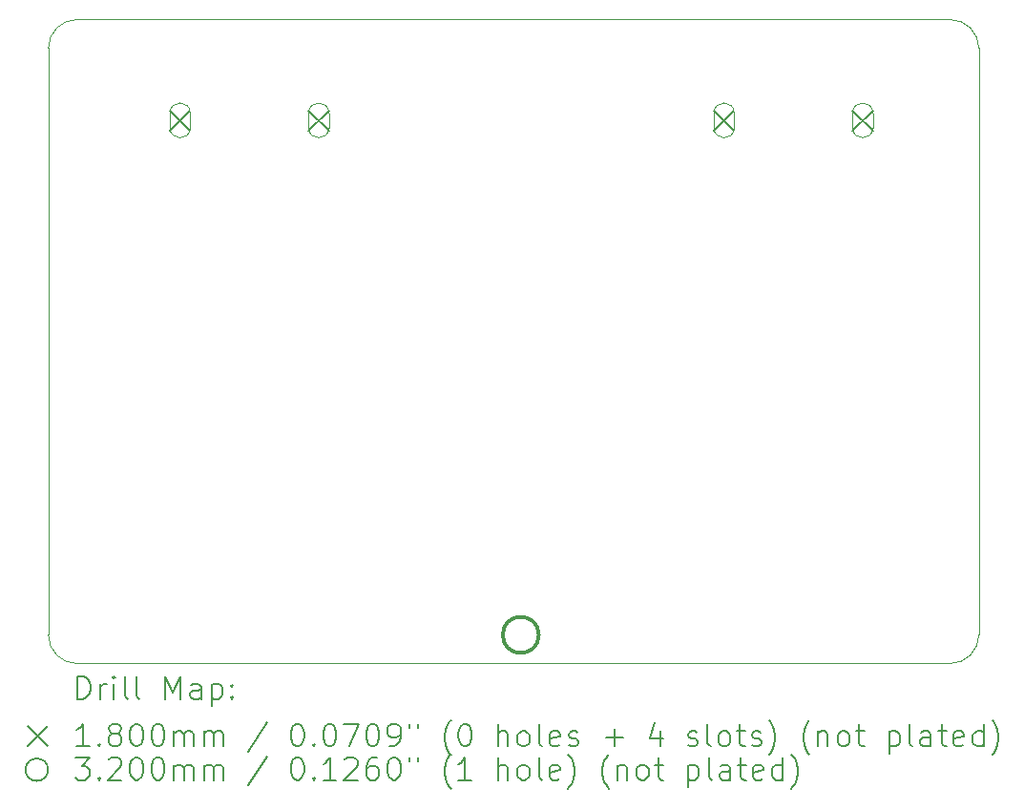
<source format=gbr>
%TF.GenerationSoftware,KiCad,Pcbnew,8.0.9*%
%TF.CreationDate,2025-03-02T14:13:00+01:00*%
%TF.ProjectId,cjss102,636a7373-3130-4322-9e6b-696361645f70,rev?*%
%TF.SameCoordinates,Original*%
%TF.FileFunction,Drillmap*%
%TF.FilePolarity,Positive*%
%FSLAX45Y45*%
G04 Gerber Fmt 4.5, Leading zero omitted, Abs format (unit mm)*
G04 Created by KiCad (PCBNEW 8.0.9) date 2025-03-02 14:13:00*
%MOMM*%
%LPD*%
G01*
G04 APERTURE LIST*
%ADD10C,0.050000*%
%ADD11C,0.200000*%
%ADD12C,0.180000*%
%ADD13C,0.100000*%
%ADD14C,0.320000*%
G04 APERTURE END LIST*
D10*
X19050000Y-9017000D02*
X19050000Y-3810000D01*
X11049000Y-9271000D02*
X18796000Y-9271000D01*
X10795000Y-3810000D02*
X10795000Y-9017000D01*
X10795000Y-3810000D02*
G75*
G02*
X11049000Y-3556000I254000J0D01*
G01*
X19050000Y-9017000D02*
G75*
G02*
X18796000Y-9271000I-254000J0D01*
G01*
X18796000Y-3556000D02*
G75*
G02*
X19050000Y-3810000I0J-254000D01*
G01*
X11049000Y-9271000D02*
G75*
G02*
X10795000Y-9017000I0J254000D01*
G01*
X11049000Y-3556000D02*
X18796000Y-3556000D01*
D11*
D12*
X11874000Y-4361000D02*
X12054000Y-4541000D01*
X12054000Y-4361000D02*
X11874000Y-4541000D01*
D13*
X12054000Y-4516000D02*
X12054000Y-4386000D01*
X11874000Y-4386000D02*
G75*
G02*
X12054000Y-4386000I90000J0D01*
G01*
X11874000Y-4386000D02*
X11874000Y-4516000D01*
X11874000Y-4516000D02*
G75*
G03*
X12054000Y-4516000I90000J0D01*
G01*
D12*
X13104000Y-4361000D02*
X13284000Y-4541000D01*
X13284000Y-4361000D02*
X13104000Y-4541000D01*
D13*
X13284000Y-4516000D02*
X13284000Y-4386000D01*
X13104000Y-4386000D02*
G75*
G02*
X13284000Y-4386000I90000J0D01*
G01*
X13104000Y-4386000D02*
X13104000Y-4516000D01*
X13104000Y-4516000D02*
G75*
G03*
X13284000Y-4516000I90000J0D01*
G01*
D12*
X16700000Y-4361000D02*
X16880000Y-4541000D01*
X16880000Y-4361000D02*
X16700000Y-4541000D01*
D13*
X16880000Y-4516000D02*
X16880000Y-4386000D01*
X16700000Y-4386000D02*
G75*
G02*
X16880000Y-4386000I90000J0D01*
G01*
X16700000Y-4386000D02*
X16700000Y-4516000D01*
X16700000Y-4516000D02*
G75*
G03*
X16880000Y-4516000I90000J0D01*
G01*
D12*
X17930000Y-4361000D02*
X18110000Y-4541000D01*
X18110000Y-4361000D02*
X17930000Y-4541000D01*
D13*
X18110000Y-4516000D02*
X18110000Y-4386000D01*
X17930000Y-4386000D02*
G75*
G02*
X18110000Y-4386000I90000J0D01*
G01*
X17930000Y-4386000D02*
X17930000Y-4516000D01*
X17930000Y-4516000D02*
G75*
G03*
X18110000Y-4516000I90000J0D01*
G01*
D14*
X15146000Y-9017000D02*
G75*
G02*
X14826000Y-9017000I-160000J0D01*
G01*
X14826000Y-9017000D02*
G75*
G02*
X15146000Y-9017000I160000J0D01*
G01*
D11*
X11053277Y-9584984D02*
X11053277Y-9384984D01*
X11053277Y-9384984D02*
X11100896Y-9384984D01*
X11100896Y-9384984D02*
X11129467Y-9394508D01*
X11129467Y-9394508D02*
X11148515Y-9413555D01*
X11148515Y-9413555D02*
X11158039Y-9432603D01*
X11158039Y-9432603D02*
X11167563Y-9470698D01*
X11167563Y-9470698D02*
X11167563Y-9499270D01*
X11167563Y-9499270D02*
X11158039Y-9537365D01*
X11158039Y-9537365D02*
X11148515Y-9556412D01*
X11148515Y-9556412D02*
X11129467Y-9575460D01*
X11129467Y-9575460D02*
X11100896Y-9584984D01*
X11100896Y-9584984D02*
X11053277Y-9584984D01*
X11253277Y-9584984D02*
X11253277Y-9451650D01*
X11253277Y-9489746D02*
X11262801Y-9470698D01*
X11262801Y-9470698D02*
X11272324Y-9461174D01*
X11272324Y-9461174D02*
X11291372Y-9451650D01*
X11291372Y-9451650D02*
X11310420Y-9451650D01*
X11377086Y-9584984D02*
X11377086Y-9451650D01*
X11377086Y-9384984D02*
X11367562Y-9394508D01*
X11367562Y-9394508D02*
X11377086Y-9404031D01*
X11377086Y-9404031D02*
X11386610Y-9394508D01*
X11386610Y-9394508D02*
X11377086Y-9384984D01*
X11377086Y-9384984D02*
X11377086Y-9404031D01*
X11500896Y-9584984D02*
X11481848Y-9575460D01*
X11481848Y-9575460D02*
X11472324Y-9556412D01*
X11472324Y-9556412D02*
X11472324Y-9384984D01*
X11605658Y-9584984D02*
X11586610Y-9575460D01*
X11586610Y-9575460D02*
X11577086Y-9556412D01*
X11577086Y-9556412D02*
X11577086Y-9384984D01*
X11834229Y-9584984D02*
X11834229Y-9384984D01*
X11834229Y-9384984D02*
X11900896Y-9527841D01*
X11900896Y-9527841D02*
X11967562Y-9384984D01*
X11967562Y-9384984D02*
X11967562Y-9584984D01*
X12148515Y-9584984D02*
X12148515Y-9480222D01*
X12148515Y-9480222D02*
X12138991Y-9461174D01*
X12138991Y-9461174D02*
X12119943Y-9451650D01*
X12119943Y-9451650D02*
X12081848Y-9451650D01*
X12081848Y-9451650D02*
X12062801Y-9461174D01*
X12148515Y-9575460D02*
X12129467Y-9584984D01*
X12129467Y-9584984D02*
X12081848Y-9584984D01*
X12081848Y-9584984D02*
X12062801Y-9575460D01*
X12062801Y-9575460D02*
X12053277Y-9556412D01*
X12053277Y-9556412D02*
X12053277Y-9537365D01*
X12053277Y-9537365D02*
X12062801Y-9518317D01*
X12062801Y-9518317D02*
X12081848Y-9508793D01*
X12081848Y-9508793D02*
X12129467Y-9508793D01*
X12129467Y-9508793D02*
X12148515Y-9499270D01*
X12243753Y-9451650D02*
X12243753Y-9651650D01*
X12243753Y-9461174D02*
X12262801Y-9451650D01*
X12262801Y-9451650D02*
X12300896Y-9451650D01*
X12300896Y-9451650D02*
X12319943Y-9461174D01*
X12319943Y-9461174D02*
X12329467Y-9470698D01*
X12329467Y-9470698D02*
X12338991Y-9489746D01*
X12338991Y-9489746D02*
X12338991Y-9546889D01*
X12338991Y-9546889D02*
X12329467Y-9565936D01*
X12329467Y-9565936D02*
X12319943Y-9575460D01*
X12319943Y-9575460D02*
X12300896Y-9584984D01*
X12300896Y-9584984D02*
X12262801Y-9584984D01*
X12262801Y-9584984D02*
X12243753Y-9575460D01*
X12424705Y-9565936D02*
X12434229Y-9575460D01*
X12434229Y-9575460D02*
X12424705Y-9584984D01*
X12424705Y-9584984D02*
X12415182Y-9575460D01*
X12415182Y-9575460D02*
X12424705Y-9565936D01*
X12424705Y-9565936D02*
X12424705Y-9584984D01*
X12424705Y-9461174D02*
X12434229Y-9470698D01*
X12434229Y-9470698D02*
X12424705Y-9480222D01*
X12424705Y-9480222D02*
X12415182Y-9470698D01*
X12415182Y-9470698D02*
X12424705Y-9461174D01*
X12424705Y-9461174D02*
X12424705Y-9480222D01*
D12*
X10612500Y-9823500D02*
X10792500Y-10003500D01*
X10792500Y-9823500D02*
X10612500Y-10003500D01*
D11*
X11158039Y-10004984D02*
X11043753Y-10004984D01*
X11100896Y-10004984D02*
X11100896Y-9804984D01*
X11100896Y-9804984D02*
X11081848Y-9833555D01*
X11081848Y-9833555D02*
X11062801Y-9852603D01*
X11062801Y-9852603D02*
X11043753Y-9862127D01*
X11243753Y-9985936D02*
X11253277Y-9995460D01*
X11253277Y-9995460D02*
X11243753Y-10004984D01*
X11243753Y-10004984D02*
X11234229Y-9995460D01*
X11234229Y-9995460D02*
X11243753Y-9985936D01*
X11243753Y-9985936D02*
X11243753Y-10004984D01*
X11367562Y-9890698D02*
X11348515Y-9881174D01*
X11348515Y-9881174D02*
X11338991Y-9871650D01*
X11338991Y-9871650D02*
X11329467Y-9852603D01*
X11329467Y-9852603D02*
X11329467Y-9843079D01*
X11329467Y-9843079D02*
X11338991Y-9824031D01*
X11338991Y-9824031D02*
X11348515Y-9814508D01*
X11348515Y-9814508D02*
X11367562Y-9804984D01*
X11367562Y-9804984D02*
X11405658Y-9804984D01*
X11405658Y-9804984D02*
X11424705Y-9814508D01*
X11424705Y-9814508D02*
X11434229Y-9824031D01*
X11434229Y-9824031D02*
X11443753Y-9843079D01*
X11443753Y-9843079D02*
X11443753Y-9852603D01*
X11443753Y-9852603D02*
X11434229Y-9871650D01*
X11434229Y-9871650D02*
X11424705Y-9881174D01*
X11424705Y-9881174D02*
X11405658Y-9890698D01*
X11405658Y-9890698D02*
X11367562Y-9890698D01*
X11367562Y-9890698D02*
X11348515Y-9900222D01*
X11348515Y-9900222D02*
X11338991Y-9909746D01*
X11338991Y-9909746D02*
X11329467Y-9928793D01*
X11329467Y-9928793D02*
X11329467Y-9966889D01*
X11329467Y-9966889D02*
X11338991Y-9985936D01*
X11338991Y-9985936D02*
X11348515Y-9995460D01*
X11348515Y-9995460D02*
X11367562Y-10004984D01*
X11367562Y-10004984D02*
X11405658Y-10004984D01*
X11405658Y-10004984D02*
X11424705Y-9995460D01*
X11424705Y-9995460D02*
X11434229Y-9985936D01*
X11434229Y-9985936D02*
X11443753Y-9966889D01*
X11443753Y-9966889D02*
X11443753Y-9928793D01*
X11443753Y-9928793D02*
X11434229Y-9909746D01*
X11434229Y-9909746D02*
X11424705Y-9900222D01*
X11424705Y-9900222D02*
X11405658Y-9890698D01*
X11567562Y-9804984D02*
X11586610Y-9804984D01*
X11586610Y-9804984D02*
X11605658Y-9814508D01*
X11605658Y-9814508D02*
X11615182Y-9824031D01*
X11615182Y-9824031D02*
X11624705Y-9843079D01*
X11624705Y-9843079D02*
X11634229Y-9881174D01*
X11634229Y-9881174D02*
X11634229Y-9928793D01*
X11634229Y-9928793D02*
X11624705Y-9966889D01*
X11624705Y-9966889D02*
X11615182Y-9985936D01*
X11615182Y-9985936D02*
X11605658Y-9995460D01*
X11605658Y-9995460D02*
X11586610Y-10004984D01*
X11586610Y-10004984D02*
X11567562Y-10004984D01*
X11567562Y-10004984D02*
X11548515Y-9995460D01*
X11548515Y-9995460D02*
X11538991Y-9985936D01*
X11538991Y-9985936D02*
X11529467Y-9966889D01*
X11529467Y-9966889D02*
X11519943Y-9928793D01*
X11519943Y-9928793D02*
X11519943Y-9881174D01*
X11519943Y-9881174D02*
X11529467Y-9843079D01*
X11529467Y-9843079D02*
X11538991Y-9824031D01*
X11538991Y-9824031D02*
X11548515Y-9814508D01*
X11548515Y-9814508D02*
X11567562Y-9804984D01*
X11758039Y-9804984D02*
X11777086Y-9804984D01*
X11777086Y-9804984D02*
X11796134Y-9814508D01*
X11796134Y-9814508D02*
X11805658Y-9824031D01*
X11805658Y-9824031D02*
X11815182Y-9843079D01*
X11815182Y-9843079D02*
X11824705Y-9881174D01*
X11824705Y-9881174D02*
X11824705Y-9928793D01*
X11824705Y-9928793D02*
X11815182Y-9966889D01*
X11815182Y-9966889D02*
X11805658Y-9985936D01*
X11805658Y-9985936D02*
X11796134Y-9995460D01*
X11796134Y-9995460D02*
X11777086Y-10004984D01*
X11777086Y-10004984D02*
X11758039Y-10004984D01*
X11758039Y-10004984D02*
X11738991Y-9995460D01*
X11738991Y-9995460D02*
X11729467Y-9985936D01*
X11729467Y-9985936D02*
X11719943Y-9966889D01*
X11719943Y-9966889D02*
X11710420Y-9928793D01*
X11710420Y-9928793D02*
X11710420Y-9881174D01*
X11710420Y-9881174D02*
X11719943Y-9843079D01*
X11719943Y-9843079D02*
X11729467Y-9824031D01*
X11729467Y-9824031D02*
X11738991Y-9814508D01*
X11738991Y-9814508D02*
X11758039Y-9804984D01*
X11910420Y-10004984D02*
X11910420Y-9871650D01*
X11910420Y-9890698D02*
X11919943Y-9881174D01*
X11919943Y-9881174D02*
X11938991Y-9871650D01*
X11938991Y-9871650D02*
X11967563Y-9871650D01*
X11967563Y-9871650D02*
X11986610Y-9881174D01*
X11986610Y-9881174D02*
X11996134Y-9900222D01*
X11996134Y-9900222D02*
X11996134Y-10004984D01*
X11996134Y-9900222D02*
X12005658Y-9881174D01*
X12005658Y-9881174D02*
X12024705Y-9871650D01*
X12024705Y-9871650D02*
X12053277Y-9871650D01*
X12053277Y-9871650D02*
X12072324Y-9881174D01*
X12072324Y-9881174D02*
X12081848Y-9900222D01*
X12081848Y-9900222D02*
X12081848Y-10004984D01*
X12177086Y-10004984D02*
X12177086Y-9871650D01*
X12177086Y-9890698D02*
X12186610Y-9881174D01*
X12186610Y-9881174D02*
X12205658Y-9871650D01*
X12205658Y-9871650D02*
X12234229Y-9871650D01*
X12234229Y-9871650D02*
X12253277Y-9881174D01*
X12253277Y-9881174D02*
X12262801Y-9900222D01*
X12262801Y-9900222D02*
X12262801Y-10004984D01*
X12262801Y-9900222D02*
X12272324Y-9881174D01*
X12272324Y-9881174D02*
X12291372Y-9871650D01*
X12291372Y-9871650D02*
X12319943Y-9871650D01*
X12319943Y-9871650D02*
X12338991Y-9881174D01*
X12338991Y-9881174D02*
X12348515Y-9900222D01*
X12348515Y-9900222D02*
X12348515Y-10004984D01*
X12738991Y-9795460D02*
X12567563Y-10052603D01*
X12996134Y-9804984D02*
X13015182Y-9804984D01*
X13015182Y-9804984D02*
X13034229Y-9814508D01*
X13034229Y-9814508D02*
X13043753Y-9824031D01*
X13043753Y-9824031D02*
X13053277Y-9843079D01*
X13053277Y-9843079D02*
X13062801Y-9881174D01*
X13062801Y-9881174D02*
X13062801Y-9928793D01*
X13062801Y-9928793D02*
X13053277Y-9966889D01*
X13053277Y-9966889D02*
X13043753Y-9985936D01*
X13043753Y-9985936D02*
X13034229Y-9995460D01*
X13034229Y-9995460D02*
X13015182Y-10004984D01*
X13015182Y-10004984D02*
X12996134Y-10004984D01*
X12996134Y-10004984D02*
X12977086Y-9995460D01*
X12977086Y-9995460D02*
X12967563Y-9985936D01*
X12967563Y-9985936D02*
X12958039Y-9966889D01*
X12958039Y-9966889D02*
X12948515Y-9928793D01*
X12948515Y-9928793D02*
X12948515Y-9881174D01*
X12948515Y-9881174D02*
X12958039Y-9843079D01*
X12958039Y-9843079D02*
X12967563Y-9824031D01*
X12967563Y-9824031D02*
X12977086Y-9814508D01*
X12977086Y-9814508D02*
X12996134Y-9804984D01*
X13148515Y-9985936D02*
X13158039Y-9995460D01*
X13158039Y-9995460D02*
X13148515Y-10004984D01*
X13148515Y-10004984D02*
X13138991Y-9995460D01*
X13138991Y-9995460D02*
X13148515Y-9985936D01*
X13148515Y-9985936D02*
X13148515Y-10004984D01*
X13281848Y-9804984D02*
X13300896Y-9804984D01*
X13300896Y-9804984D02*
X13319944Y-9814508D01*
X13319944Y-9814508D02*
X13329467Y-9824031D01*
X13329467Y-9824031D02*
X13338991Y-9843079D01*
X13338991Y-9843079D02*
X13348515Y-9881174D01*
X13348515Y-9881174D02*
X13348515Y-9928793D01*
X13348515Y-9928793D02*
X13338991Y-9966889D01*
X13338991Y-9966889D02*
X13329467Y-9985936D01*
X13329467Y-9985936D02*
X13319944Y-9995460D01*
X13319944Y-9995460D02*
X13300896Y-10004984D01*
X13300896Y-10004984D02*
X13281848Y-10004984D01*
X13281848Y-10004984D02*
X13262801Y-9995460D01*
X13262801Y-9995460D02*
X13253277Y-9985936D01*
X13253277Y-9985936D02*
X13243753Y-9966889D01*
X13243753Y-9966889D02*
X13234229Y-9928793D01*
X13234229Y-9928793D02*
X13234229Y-9881174D01*
X13234229Y-9881174D02*
X13243753Y-9843079D01*
X13243753Y-9843079D02*
X13253277Y-9824031D01*
X13253277Y-9824031D02*
X13262801Y-9814508D01*
X13262801Y-9814508D02*
X13281848Y-9804984D01*
X13415182Y-9804984D02*
X13548515Y-9804984D01*
X13548515Y-9804984D02*
X13462801Y-10004984D01*
X13662801Y-9804984D02*
X13681848Y-9804984D01*
X13681848Y-9804984D02*
X13700896Y-9814508D01*
X13700896Y-9814508D02*
X13710420Y-9824031D01*
X13710420Y-9824031D02*
X13719944Y-9843079D01*
X13719944Y-9843079D02*
X13729467Y-9881174D01*
X13729467Y-9881174D02*
X13729467Y-9928793D01*
X13729467Y-9928793D02*
X13719944Y-9966889D01*
X13719944Y-9966889D02*
X13710420Y-9985936D01*
X13710420Y-9985936D02*
X13700896Y-9995460D01*
X13700896Y-9995460D02*
X13681848Y-10004984D01*
X13681848Y-10004984D02*
X13662801Y-10004984D01*
X13662801Y-10004984D02*
X13643753Y-9995460D01*
X13643753Y-9995460D02*
X13634229Y-9985936D01*
X13634229Y-9985936D02*
X13624706Y-9966889D01*
X13624706Y-9966889D02*
X13615182Y-9928793D01*
X13615182Y-9928793D02*
X13615182Y-9881174D01*
X13615182Y-9881174D02*
X13624706Y-9843079D01*
X13624706Y-9843079D02*
X13634229Y-9824031D01*
X13634229Y-9824031D02*
X13643753Y-9814508D01*
X13643753Y-9814508D02*
X13662801Y-9804984D01*
X13824706Y-10004984D02*
X13862801Y-10004984D01*
X13862801Y-10004984D02*
X13881848Y-9995460D01*
X13881848Y-9995460D02*
X13891372Y-9985936D01*
X13891372Y-9985936D02*
X13910420Y-9957365D01*
X13910420Y-9957365D02*
X13919944Y-9919270D01*
X13919944Y-9919270D02*
X13919944Y-9843079D01*
X13919944Y-9843079D02*
X13910420Y-9824031D01*
X13910420Y-9824031D02*
X13900896Y-9814508D01*
X13900896Y-9814508D02*
X13881848Y-9804984D01*
X13881848Y-9804984D02*
X13843753Y-9804984D01*
X13843753Y-9804984D02*
X13824706Y-9814508D01*
X13824706Y-9814508D02*
X13815182Y-9824031D01*
X13815182Y-9824031D02*
X13805658Y-9843079D01*
X13805658Y-9843079D02*
X13805658Y-9890698D01*
X13805658Y-9890698D02*
X13815182Y-9909746D01*
X13815182Y-9909746D02*
X13824706Y-9919270D01*
X13824706Y-9919270D02*
X13843753Y-9928793D01*
X13843753Y-9928793D02*
X13881848Y-9928793D01*
X13881848Y-9928793D02*
X13900896Y-9919270D01*
X13900896Y-9919270D02*
X13910420Y-9909746D01*
X13910420Y-9909746D02*
X13919944Y-9890698D01*
X13996134Y-9804984D02*
X13996134Y-9843079D01*
X14072325Y-9804984D02*
X14072325Y-9843079D01*
X14367563Y-10081174D02*
X14358039Y-10071650D01*
X14358039Y-10071650D02*
X14338991Y-10043079D01*
X14338991Y-10043079D02*
X14329468Y-10024031D01*
X14329468Y-10024031D02*
X14319944Y-9995460D01*
X14319944Y-9995460D02*
X14310420Y-9947841D01*
X14310420Y-9947841D02*
X14310420Y-9909746D01*
X14310420Y-9909746D02*
X14319944Y-9862127D01*
X14319944Y-9862127D02*
X14329468Y-9833555D01*
X14329468Y-9833555D02*
X14338991Y-9814508D01*
X14338991Y-9814508D02*
X14358039Y-9785936D01*
X14358039Y-9785936D02*
X14367563Y-9776412D01*
X14481848Y-9804984D02*
X14500896Y-9804984D01*
X14500896Y-9804984D02*
X14519944Y-9814508D01*
X14519944Y-9814508D02*
X14529468Y-9824031D01*
X14529468Y-9824031D02*
X14538991Y-9843079D01*
X14538991Y-9843079D02*
X14548515Y-9881174D01*
X14548515Y-9881174D02*
X14548515Y-9928793D01*
X14548515Y-9928793D02*
X14538991Y-9966889D01*
X14538991Y-9966889D02*
X14529468Y-9985936D01*
X14529468Y-9985936D02*
X14519944Y-9995460D01*
X14519944Y-9995460D02*
X14500896Y-10004984D01*
X14500896Y-10004984D02*
X14481848Y-10004984D01*
X14481848Y-10004984D02*
X14462801Y-9995460D01*
X14462801Y-9995460D02*
X14453277Y-9985936D01*
X14453277Y-9985936D02*
X14443753Y-9966889D01*
X14443753Y-9966889D02*
X14434229Y-9928793D01*
X14434229Y-9928793D02*
X14434229Y-9881174D01*
X14434229Y-9881174D02*
X14443753Y-9843079D01*
X14443753Y-9843079D02*
X14453277Y-9824031D01*
X14453277Y-9824031D02*
X14462801Y-9814508D01*
X14462801Y-9814508D02*
X14481848Y-9804984D01*
X14786610Y-10004984D02*
X14786610Y-9804984D01*
X14872325Y-10004984D02*
X14872325Y-9900222D01*
X14872325Y-9900222D02*
X14862801Y-9881174D01*
X14862801Y-9881174D02*
X14843753Y-9871650D01*
X14843753Y-9871650D02*
X14815182Y-9871650D01*
X14815182Y-9871650D02*
X14796134Y-9881174D01*
X14796134Y-9881174D02*
X14786610Y-9890698D01*
X14996134Y-10004984D02*
X14977087Y-9995460D01*
X14977087Y-9995460D02*
X14967563Y-9985936D01*
X14967563Y-9985936D02*
X14958039Y-9966889D01*
X14958039Y-9966889D02*
X14958039Y-9909746D01*
X14958039Y-9909746D02*
X14967563Y-9890698D01*
X14967563Y-9890698D02*
X14977087Y-9881174D01*
X14977087Y-9881174D02*
X14996134Y-9871650D01*
X14996134Y-9871650D02*
X15024706Y-9871650D01*
X15024706Y-9871650D02*
X15043753Y-9881174D01*
X15043753Y-9881174D02*
X15053277Y-9890698D01*
X15053277Y-9890698D02*
X15062801Y-9909746D01*
X15062801Y-9909746D02*
X15062801Y-9966889D01*
X15062801Y-9966889D02*
X15053277Y-9985936D01*
X15053277Y-9985936D02*
X15043753Y-9995460D01*
X15043753Y-9995460D02*
X15024706Y-10004984D01*
X15024706Y-10004984D02*
X14996134Y-10004984D01*
X15177087Y-10004984D02*
X15158039Y-9995460D01*
X15158039Y-9995460D02*
X15148515Y-9976412D01*
X15148515Y-9976412D02*
X15148515Y-9804984D01*
X15329468Y-9995460D02*
X15310420Y-10004984D01*
X15310420Y-10004984D02*
X15272325Y-10004984D01*
X15272325Y-10004984D02*
X15253277Y-9995460D01*
X15253277Y-9995460D02*
X15243753Y-9976412D01*
X15243753Y-9976412D02*
X15243753Y-9900222D01*
X15243753Y-9900222D02*
X15253277Y-9881174D01*
X15253277Y-9881174D02*
X15272325Y-9871650D01*
X15272325Y-9871650D02*
X15310420Y-9871650D01*
X15310420Y-9871650D02*
X15329468Y-9881174D01*
X15329468Y-9881174D02*
X15338991Y-9900222D01*
X15338991Y-9900222D02*
X15338991Y-9919270D01*
X15338991Y-9919270D02*
X15243753Y-9938317D01*
X15415182Y-9995460D02*
X15434230Y-10004984D01*
X15434230Y-10004984D02*
X15472325Y-10004984D01*
X15472325Y-10004984D02*
X15491372Y-9995460D01*
X15491372Y-9995460D02*
X15500896Y-9976412D01*
X15500896Y-9976412D02*
X15500896Y-9966889D01*
X15500896Y-9966889D02*
X15491372Y-9947841D01*
X15491372Y-9947841D02*
X15472325Y-9938317D01*
X15472325Y-9938317D02*
X15443753Y-9938317D01*
X15443753Y-9938317D02*
X15424706Y-9928793D01*
X15424706Y-9928793D02*
X15415182Y-9909746D01*
X15415182Y-9909746D02*
X15415182Y-9900222D01*
X15415182Y-9900222D02*
X15424706Y-9881174D01*
X15424706Y-9881174D02*
X15443753Y-9871650D01*
X15443753Y-9871650D02*
X15472325Y-9871650D01*
X15472325Y-9871650D02*
X15491372Y-9881174D01*
X15738992Y-9928793D02*
X15891373Y-9928793D01*
X15815182Y-10004984D02*
X15815182Y-9852603D01*
X16224706Y-9871650D02*
X16224706Y-10004984D01*
X16177087Y-9795460D02*
X16129468Y-9938317D01*
X16129468Y-9938317D02*
X16253277Y-9938317D01*
X16472325Y-9995460D02*
X16491373Y-10004984D01*
X16491373Y-10004984D02*
X16529468Y-10004984D01*
X16529468Y-10004984D02*
X16548515Y-9995460D01*
X16548515Y-9995460D02*
X16558039Y-9976412D01*
X16558039Y-9976412D02*
X16558039Y-9966889D01*
X16558039Y-9966889D02*
X16548515Y-9947841D01*
X16548515Y-9947841D02*
X16529468Y-9938317D01*
X16529468Y-9938317D02*
X16500896Y-9938317D01*
X16500896Y-9938317D02*
X16481849Y-9928793D01*
X16481849Y-9928793D02*
X16472325Y-9909746D01*
X16472325Y-9909746D02*
X16472325Y-9900222D01*
X16472325Y-9900222D02*
X16481849Y-9881174D01*
X16481849Y-9881174D02*
X16500896Y-9871650D01*
X16500896Y-9871650D02*
X16529468Y-9871650D01*
X16529468Y-9871650D02*
X16548515Y-9881174D01*
X16672325Y-10004984D02*
X16653277Y-9995460D01*
X16653277Y-9995460D02*
X16643754Y-9976412D01*
X16643754Y-9976412D02*
X16643754Y-9804984D01*
X16777087Y-10004984D02*
X16758039Y-9995460D01*
X16758039Y-9995460D02*
X16748515Y-9985936D01*
X16748515Y-9985936D02*
X16738992Y-9966889D01*
X16738992Y-9966889D02*
X16738992Y-9909746D01*
X16738992Y-9909746D02*
X16748515Y-9890698D01*
X16748515Y-9890698D02*
X16758039Y-9881174D01*
X16758039Y-9881174D02*
X16777087Y-9871650D01*
X16777087Y-9871650D02*
X16805658Y-9871650D01*
X16805658Y-9871650D02*
X16824706Y-9881174D01*
X16824706Y-9881174D02*
X16834230Y-9890698D01*
X16834230Y-9890698D02*
X16843754Y-9909746D01*
X16843754Y-9909746D02*
X16843754Y-9966889D01*
X16843754Y-9966889D02*
X16834230Y-9985936D01*
X16834230Y-9985936D02*
X16824706Y-9995460D01*
X16824706Y-9995460D02*
X16805658Y-10004984D01*
X16805658Y-10004984D02*
X16777087Y-10004984D01*
X16900897Y-9871650D02*
X16977087Y-9871650D01*
X16929468Y-9804984D02*
X16929468Y-9976412D01*
X16929468Y-9976412D02*
X16938992Y-9995460D01*
X16938992Y-9995460D02*
X16958039Y-10004984D01*
X16958039Y-10004984D02*
X16977087Y-10004984D01*
X17034230Y-9995460D02*
X17053277Y-10004984D01*
X17053277Y-10004984D02*
X17091373Y-10004984D01*
X17091373Y-10004984D02*
X17110420Y-9995460D01*
X17110420Y-9995460D02*
X17119944Y-9976412D01*
X17119944Y-9976412D02*
X17119944Y-9966889D01*
X17119944Y-9966889D02*
X17110420Y-9947841D01*
X17110420Y-9947841D02*
X17091373Y-9938317D01*
X17091373Y-9938317D02*
X17062801Y-9938317D01*
X17062801Y-9938317D02*
X17043754Y-9928793D01*
X17043754Y-9928793D02*
X17034230Y-9909746D01*
X17034230Y-9909746D02*
X17034230Y-9900222D01*
X17034230Y-9900222D02*
X17043754Y-9881174D01*
X17043754Y-9881174D02*
X17062801Y-9871650D01*
X17062801Y-9871650D02*
X17091373Y-9871650D01*
X17091373Y-9871650D02*
X17110420Y-9881174D01*
X17186611Y-10081174D02*
X17196135Y-10071650D01*
X17196135Y-10071650D02*
X17215182Y-10043079D01*
X17215182Y-10043079D02*
X17224706Y-10024031D01*
X17224706Y-10024031D02*
X17234230Y-9995460D01*
X17234230Y-9995460D02*
X17243754Y-9947841D01*
X17243754Y-9947841D02*
X17243754Y-9909746D01*
X17243754Y-9909746D02*
X17234230Y-9862127D01*
X17234230Y-9862127D02*
X17224706Y-9833555D01*
X17224706Y-9833555D02*
X17215182Y-9814508D01*
X17215182Y-9814508D02*
X17196135Y-9785936D01*
X17196135Y-9785936D02*
X17186611Y-9776412D01*
X17548516Y-10081174D02*
X17538992Y-10071650D01*
X17538992Y-10071650D02*
X17519944Y-10043079D01*
X17519944Y-10043079D02*
X17510420Y-10024031D01*
X17510420Y-10024031D02*
X17500897Y-9995460D01*
X17500897Y-9995460D02*
X17491373Y-9947841D01*
X17491373Y-9947841D02*
X17491373Y-9909746D01*
X17491373Y-9909746D02*
X17500897Y-9862127D01*
X17500897Y-9862127D02*
X17510420Y-9833555D01*
X17510420Y-9833555D02*
X17519944Y-9814508D01*
X17519944Y-9814508D02*
X17538992Y-9785936D01*
X17538992Y-9785936D02*
X17548516Y-9776412D01*
X17624706Y-9871650D02*
X17624706Y-10004984D01*
X17624706Y-9890698D02*
X17634230Y-9881174D01*
X17634230Y-9881174D02*
X17653277Y-9871650D01*
X17653277Y-9871650D02*
X17681849Y-9871650D01*
X17681849Y-9871650D02*
X17700897Y-9881174D01*
X17700897Y-9881174D02*
X17710420Y-9900222D01*
X17710420Y-9900222D02*
X17710420Y-10004984D01*
X17834230Y-10004984D02*
X17815182Y-9995460D01*
X17815182Y-9995460D02*
X17805658Y-9985936D01*
X17805658Y-9985936D02*
X17796135Y-9966889D01*
X17796135Y-9966889D02*
X17796135Y-9909746D01*
X17796135Y-9909746D02*
X17805658Y-9890698D01*
X17805658Y-9890698D02*
X17815182Y-9881174D01*
X17815182Y-9881174D02*
X17834230Y-9871650D01*
X17834230Y-9871650D02*
X17862801Y-9871650D01*
X17862801Y-9871650D02*
X17881849Y-9881174D01*
X17881849Y-9881174D02*
X17891373Y-9890698D01*
X17891373Y-9890698D02*
X17900897Y-9909746D01*
X17900897Y-9909746D02*
X17900897Y-9966889D01*
X17900897Y-9966889D02*
X17891373Y-9985936D01*
X17891373Y-9985936D02*
X17881849Y-9995460D01*
X17881849Y-9995460D02*
X17862801Y-10004984D01*
X17862801Y-10004984D02*
X17834230Y-10004984D01*
X17958039Y-9871650D02*
X18034230Y-9871650D01*
X17986611Y-9804984D02*
X17986611Y-9976412D01*
X17986611Y-9976412D02*
X17996135Y-9995460D01*
X17996135Y-9995460D02*
X18015182Y-10004984D01*
X18015182Y-10004984D02*
X18034230Y-10004984D01*
X18253278Y-9871650D02*
X18253278Y-10071650D01*
X18253278Y-9881174D02*
X18272325Y-9871650D01*
X18272325Y-9871650D02*
X18310420Y-9871650D01*
X18310420Y-9871650D02*
X18329468Y-9881174D01*
X18329468Y-9881174D02*
X18338992Y-9890698D01*
X18338992Y-9890698D02*
X18348516Y-9909746D01*
X18348516Y-9909746D02*
X18348516Y-9966889D01*
X18348516Y-9966889D02*
X18338992Y-9985936D01*
X18338992Y-9985936D02*
X18329468Y-9995460D01*
X18329468Y-9995460D02*
X18310420Y-10004984D01*
X18310420Y-10004984D02*
X18272325Y-10004984D01*
X18272325Y-10004984D02*
X18253278Y-9995460D01*
X18462801Y-10004984D02*
X18443754Y-9995460D01*
X18443754Y-9995460D02*
X18434230Y-9976412D01*
X18434230Y-9976412D02*
X18434230Y-9804984D01*
X18624706Y-10004984D02*
X18624706Y-9900222D01*
X18624706Y-9900222D02*
X18615182Y-9881174D01*
X18615182Y-9881174D02*
X18596135Y-9871650D01*
X18596135Y-9871650D02*
X18558039Y-9871650D01*
X18558039Y-9871650D02*
X18538992Y-9881174D01*
X18624706Y-9995460D02*
X18605659Y-10004984D01*
X18605659Y-10004984D02*
X18558039Y-10004984D01*
X18558039Y-10004984D02*
X18538992Y-9995460D01*
X18538992Y-9995460D02*
X18529468Y-9976412D01*
X18529468Y-9976412D02*
X18529468Y-9957365D01*
X18529468Y-9957365D02*
X18538992Y-9938317D01*
X18538992Y-9938317D02*
X18558039Y-9928793D01*
X18558039Y-9928793D02*
X18605659Y-9928793D01*
X18605659Y-9928793D02*
X18624706Y-9919270D01*
X18691373Y-9871650D02*
X18767563Y-9871650D01*
X18719944Y-9804984D02*
X18719944Y-9976412D01*
X18719944Y-9976412D02*
X18729468Y-9995460D01*
X18729468Y-9995460D02*
X18748516Y-10004984D01*
X18748516Y-10004984D02*
X18767563Y-10004984D01*
X18910420Y-9995460D02*
X18891373Y-10004984D01*
X18891373Y-10004984D02*
X18853278Y-10004984D01*
X18853278Y-10004984D02*
X18834230Y-9995460D01*
X18834230Y-9995460D02*
X18824706Y-9976412D01*
X18824706Y-9976412D02*
X18824706Y-9900222D01*
X18824706Y-9900222D02*
X18834230Y-9881174D01*
X18834230Y-9881174D02*
X18853278Y-9871650D01*
X18853278Y-9871650D02*
X18891373Y-9871650D01*
X18891373Y-9871650D02*
X18910420Y-9881174D01*
X18910420Y-9881174D02*
X18919944Y-9900222D01*
X18919944Y-9900222D02*
X18919944Y-9919270D01*
X18919944Y-9919270D02*
X18824706Y-9938317D01*
X19091373Y-10004984D02*
X19091373Y-9804984D01*
X19091373Y-9995460D02*
X19072325Y-10004984D01*
X19072325Y-10004984D02*
X19034230Y-10004984D01*
X19034230Y-10004984D02*
X19015182Y-9995460D01*
X19015182Y-9995460D02*
X19005659Y-9985936D01*
X19005659Y-9985936D02*
X18996135Y-9966889D01*
X18996135Y-9966889D02*
X18996135Y-9909746D01*
X18996135Y-9909746D02*
X19005659Y-9890698D01*
X19005659Y-9890698D02*
X19015182Y-9881174D01*
X19015182Y-9881174D02*
X19034230Y-9871650D01*
X19034230Y-9871650D02*
X19072325Y-9871650D01*
X19072325Y-9871650D02*
X19091373Y-9881174D01*
X19167563Y-10081174D02*
X19177087Y-10071650D01*
X19177087Y-10071650D02*
X19196135Y-10043079D01*
X19196135Y-10043079D02*
X19205659Y-10024031D01*
X19205659Y-10024031D02*
X19215182Y-9995460D01*
X19215182Y-9995460D02*
X19224706Y-9947841D01*
X19224706Y-9947841D02*
X19224706Y-9909746D01*
X19224706Y-9909746D02*
X19215182Y-9862127D01*
X19215182Y-9862127D02*
X19205659Y-9833555D01*
X19205659Y-9833555D02*
X19196135Y-9814508D01*
X19196135Y-9814508D02*
X19177087Y-9785936D01*
X19177087Y-9785936D02*
X19167563Y-9776412D01*
X10792500Y-10213500D02*
G75*
G02*
X10592500Y-10213500I-100000J0D01*
G01*
X10592500Y-10213500D02*
G75*
G02*
X10792500Y-10213500I100000J0D01*
G01*
X11034229Y-10104984D02*
X11158039Y-10104984D01*
X11158039Y-10104984D02*
X11091372Y-10181174D01*
X11091372Y-10181174D02*
X11119944Y-10181174D01*
X11119944Y-10181174D02*
X11138991Y-10190698D01*
X11138991Y-10190698D02*
X11148515Y-10200222D01*
X11148515Y-10200222D02*
X11158039Y-10219270D01*
X11158039Y-10219270D02*
X11158039Y-10266889D01*
X11158039Y-10266889D02*
X11148515Y-10285936D01*
X11148515Y-10285936D02*
X11138991Y-10295460D01*
X11138991Y-10295460D02*
X11119944Y-10304984D01*
X11119944Y-10304984D02*
X11062801Y-10304984D01*
X11062801Y-10304984D02*
X11043753Y-10295460D01*
X11043753Y-10295460D02*
X11034229Y-10285936D01*
X11243753Y-10285936D02*
X11253277Y-10295460D01*
X11253277Y-10295460D02*
X11243753Y-10304984D01*
X11243753Y-10304984D02*
X11234229Y-10295460D01*
X11234229Y-10295460D02*
X11243753Y-10285936D01*
X11243753Y-10285936D02*
X11243753Y-10304984D01*
X11329467Y-10124031D02*
X11338991Y-10114508D01*
X11338991Y-10114508D02*
X11358039Y-10104984D01*
X11358039Y-10104984D02*
X11405658Y-10104984D01*
X11405658Y-10104984D02*
X11424705Y-10114508D01*
X11424705Y-10114508D02*
X11434229Y-10124031D01*
X11434229Y-10124031D02*
X11443753Y-10143079D01*
X11443753Y-10143079D02*
X11443753Y-10162127D01*
X11443753Y-10162127D02*
X11434229Y-10190698D01*
X11434229Y-10190698D02*
X11319943Y-10304984D01*
X11319943Y-10304984D02*
X11443753Y-10304984D01*
X11567562Y-10104984D02*
X11586610Y-10104984D01*
X11586610Y-10104984D02*
X11605658Y-10114508D01*
X11605658Y-10114508D02*
X11615182Y-10124031D01*
X11615182Y-10124031D02*
X11624705Y-10143079D01*
X11624705Y-10143079D02*
X11634229Y-10181174D01*
X11634229Y-10181174D02*
X11634229Y-10228793D01*
X11634229Y-10228793D02*
X11624705Y-10266889D01*
X11624705Y-10266889D02*
X11615182Y-10285936D01*
X11615182Y-10285936D02*
X11605658Y-10295460D01*
X11605658Y-10295460D02*
X11586610Y-10304984D01*
X11586610Y-10304984D02*
X11567562Y-10304984D01*
X11567562Y-10304984D02*
X11548515Y-10295460D01*
X11548515Y-10295460D02*
X11538991Y-10285936D01*
X11538991Y-10285936D02*
X11529467Y-10266889D01*
X11529467Y-10266889D02*
X11519943Y-10228793D01*
X11519943Y-10228793D02*
X11519943Y-10181174D01*
X11519943Y-10181174D02*
X11529467Y-10143079D01*
X11529467Y-10143079D02*
X11538991Y-10124031D01*
X11538991Y-10124031D02*
X11548515Y-10114508D01*
X11548515Y-10114508D02*
X11567562Y-10104984D01*
X11758039Y-10104984D02*
X11777086Y-10104984D01*
X11777086Y-10104984D02*
X11796134Y-10114508D01*
X11796134Y-10114508D02*
X11805658Y-10124031D01*
X11805658Y-10124031D02*
X11815182Y-10143079D01*
X11815182Y-10143079D02*
X11824705Y-10181174D01*
X11824705Y-10181174D02*
X11824705Y-10228793D01*
X11824705Y-10228793D02*
X11815182Y-10266889D01*
X11815182Y-10266889D02*
X11805658Y-10285936D01*
X11805658Y-10285936D02*
X11796134Y-10295460D01*
X11796134Y-10295460D02*
X11777086Y-10304984D01*
X11777086Y-10304984D02*
X11758039Y-10304984D01*
X11758039Y-10304984D02*
X11738991Y-10295460D01*
X11738991Y-10295460D02*
X11729467Y-10285936D01*
X11729467Y-10285936D02*
X11719943Y-10266889D01*
X11719943Y-10266889D02*
X11710420Y-10228793D01*
X11710420Y-10228793D02*
X11710420Y-10181174D01*
X11710420Y-10181174D02*
X11719943Y-10143079D01*
X11719943Y-10143079D02*
X11729467Y-10124031D01*
X11729467Y-10124031D02*
X11738991Y-10114508D01*
X11738991Y-10114508D02*
X11758039Y-10104984D01*
X11910420Y-10304984D02*
X11910420Y-10171650D01*
X11910420Y-10190698D02*
X11919943Y-10181174D01*
X11919943Y-10181174D02*
X11938991Y-10171650D01*
X11938991Y-10171650D02*
X11967563Y-10171650D01*
X11967563Y-10171650D02*
X11986610Y-10181174D01*
X11986610Y-10181174D02*
X11996134Y-10200222D01*
X11996134Y-10200222D02*
X11996134Y-10304984D01*
X11996134Y-10200222D02*
X12005658Y-10181174D01*
X12005658Y-10181174D02*
X12024705Y-10171650D01*
X12024705Y-10171650D02*
X12053277Y-10171650D01*
X12053277Y-10171650D02*
X12072324Y-10181174D01*
X12072324Y-10181174D02*
X12081848Y-10200222D01*
X12081848Y-10200222D02*
X12081848Y-10304984D01*
X12177086Y-10304984D02*
X12177086Y-10171650D01*
X12177086Y-10190698D02*
X12186610Y-10181174D01*
X12186610Y-10181174D02*
X12205658Y-10171650D01*
X12205658Y-10171650D02*
X12234229Y-10171650D01*
X12234229Y-10171650D02*
X12253277Y-10181174D01*
X12253277Y-10181174D02*
X12262801Y-10200222D01*
X12262801Y-10200222D02*
X12262801Y-10304984D01*
X12262801Y-10200222D02*
X12272324Y-10181174D01*
X12272324Y-10181174D02*
X12291372Y-10171650D01*
X12291372Y-10171650D02*
X12319943Y-10171650D01*
X12319943Y-10171650D02*
X12338991Y-10181174D01*
X12338991Y-10181174D02*
X12348515Y-10200222D01*
X12348515Y-10200222D02*
X12348515Y-10304984D01*
X12738991Y-10095460D02*
X12567563Y-10352603D01*
X12996134Y-10104984D02*
X13015182Y-10104984D01*
X13015182Y-10104984D02*
X13034229Y-10114508D01*
X13034229Y-10114508D02*
X13043753Y-10124031D01*
X13043753Y-10124031D02*
X13053277Y-10143079D01*
X13053277Y-10143079D02*
X13062801Y-10181174D01*
X13062801Y-10181174D02*
X13062801Y-10228793D01*
X13062801Y-10228793D02*
X13053277Y-10266889D01*
X13053277Y-10266889D02*
X13043753Y-10285936D01*
X13043753Y-10285936D02*
X13034229Y-10295460D01*
X13034229Y-10295460D02*
X13015182Y-10304984D01*
X13015182Y-10304984D02*
X12996134Y-10304984D01*
X12996134Y-10304984D02*
X12977086Y-10295460D01*
X12977086Y-10295460D02*
X12967563Y-10285936D01*
X12967563Y-10285936D02*
X12958039Y-10266889D01*
X12958039Y-10266889D02*
X12948515Y-10228793D01*
X12948515Y-10228793D02*
X12948515Y-10181174D01*
X12948515Y-10181174D02*
X12958039Y-10143079D01*
X12958039Y-10143079D02*
X12967563Y-10124031D01*
X12967563Y-10124031D02*
X12977086Y-10114508D01*
X12977086Y-10114508D02*
X12996134Y-10104984D01*
X13148515Y-10285936D02*
X13158039Y-10295460D01*
X13158039Y-10295460D02*
X13148515Y-10304984D01*
X13148515Y-10304984D02*
X13138991Y-10295460D01*
X13138991Y-10295460D02*
X13148515Y-10285936D01*
X13148515Y-10285936D02*
X13148515Y-10304984D01*
X13348515Y-10304984D02*
X13234229Y-10304984D01*
X13291372Y-10304984D02*
X13291372Y-10104984D01*
X13291372Y-10104984D02*
X13272325Y-10133555D01*
X13272325Y-10133555D02*
X13253277Y-10152603D01*
X13253277Y-10152603D02*
X13234229Y-10162127D01*
X13424706Y-10124031D02*
X13434229Y-10114508D01*
X13434229Y-10114508D02*
X13453277Y-10104984D01*
X13453277Y-10104984D02*
X13500896Y-10104984D01*
X13500896Y-10104984D02*
X13519944Y-10114508D01*
X13519944Y-10114508D02*
X13529467Y-10124031D01*
X13529467Y-10124031D02*
X13538991Y-10143079D01*
X13538991Y-10143079D02*
X13538991Y-10162127D01*
X13538991Y-10162127D02*
X13529467Y-10190698D01*
X13529467Y-10190698D02*
X13415182Y-10304984D01*
X13415182Y-10304984D02*
X13538991Y-10304984D01*
X13710420Y-10104984D02*
X13672325Y-10104984D01*
X13672325Y-10104984D02*
X13653277Y-10114508D01*
X13653277Y-10114508D02*
X13643753Y-10124031D01*
X13643753Y-10124031D02*
X13624706Y-10152603D01*
X13624706Y-10152603D02*
X13615182Y-10190698D01*
X13615182Y-10190698D02*
X13615182Y-10266889D01*
X13615182Y-10266889D02*
X13624706Y-10285936D01*
X13624706Y-10285936D02*
X13634229Y-10295460D01*
X13634229Y-10295460D02*
X13653277Y-10304984D01*
X13653277Y-10304984D02*
X13691372Y-10304984D01*
X13691372Y-10304984D02*
X13710420Y-10295460D01*
X13710420Y-10295460D02*
X13719944Y-10285936D01*
X13719944Y-10285936D02*
X13729467Y-10266889D01*
X13729467Y-10266889D02*
X13729467Y-10219270D01*
X13729467Y-10219270D02*
X13719944Y-10200222D01*
X13719944Y-10200222D02*
X13710420Y-10190698D01*
X13710420Y-10190698D02*
X13691372Y-10181174D01*
X13691372Y-10181174D02*
X13653277Y-10181174D01*
X13653277Y-10181174D02*
X13634229Y-10190698D01*
X13634229Y-10190698D02*
X13624706Y-10200222D01*
X13624706Y-10200222D02*
X13615182Y-10219270D01*
X13853277Y-10104984D02*
X13872325Y-10104984D01*
X13872325Y-10104984D02*
X13891372Y-10114508D01*
X13891372Y-10114508D02*
X13900896Y-10124031D01*
X13900896Y-10124031D02*
X13910420Y-10143079D01*
X13910420Y-10143079D02*
X13919944Y-10181174D01*
X13919944Y-10181174D02*
X13919944Y-10228793D01*
X13919944Y-10228793D02*
X13910420Y-10266889D01*
X13910420Y-10266889D02*
X13900896Y-10285936D01*
X13900896Y-10285936D02*
X13891372Y-10295460D01*
X13891372Y-10295460D02*
X13872325Y-10304984D01*
X13872325Y-10304984D02*
X13853277Y-10304984D01*
X13853277Y-10304984D02*
X13834229Y-10295460D01*
X13834229Y-10295460D02*
X13824706Y-10285936D01*
X13824706Y-10285936D02*
X13815182Y-10266889D01*
X13815182Y-10266889D02*
X13805658Y-10228793D01*
X13805658Y-10228793D02*
X13805658Y-10181174D01*
X13805658Y-10181174D02*
X13815182Y-10143079D01*
X13815182Y-10143079D02*
X13824706Y-10124031D01*
X13824706Y-10124031D02*
X13834229Y-10114508D01*
X13834229Y-10114508D02*
X13853277Y-10104984D01*
X13996134Y-10104984D02*
X13996134Y-10143079D01*
X14072325Y-10104984D02*
X14072325Y-10143079D01*
X14367563Y-10381174D02*
X14358039Y-10371650D01*
X14358039Y-10371650D02*
X14338991Y-10343079D01*
X14338991Y-10343079D02*
X14329468Y-10324031D01*
X14329468Y-10324031D02*
X14319944Y-10295460D01*
X14319944Y-10295460D02*
X14310420Y-10247841D01*
X14310420Y-10247841D02*
X14310420Y-10209746D01*
X14310420Y-10209746D02*
X14319944Y-10162127D01*
X14319944Y-10162127D02*
X14329468Y-10133555D01*
X14329468Y-10133555D02*
X14338991Y-10114508D01*
X14338991Y-10114508D02*
X14358039Y-10085936D01*
X14358039Y-10085936D02*
X14367563Y-10076412D01*
X14548515Y-10304984D02*
X14434229Y-10304984D01*
X14491372Y-10304984D02*
X14491372Y-10104984D01*
X14491372Y-10104984D02*
X14472325Y-10133555D01*
X14472325Y-10133555D02*
X14453277Y-10152603D01*
X14453277Y-10152603D02*
X14434229Y-10162127D01*
X14786610Y-10304984D02*
X14786610Y-10104984D01*
X14872325Y-10304984D02*
X14872325Y-10200222D01*
X14872325Y-10200222D02*
X14862801Y-10181174D01*
X14862801Y-10181174D02*
X14843753Y-10171650D01*
X14843753Y-10171650D02*
X14815182Y-10171650D01*
X14815182Y-10171650D02*
X14796134Y-10181174D01*
X14796134Y-10181174D02*
X14786610Y-10190698D01*
X14996134Y-10304984D02*
X14977087Y-10295460D01*
X14977087Y-10295460D02*
X14967563Y-10285936D01*
X14967563Y-10285936D02*
X14958039Y-10266889D01*
X14958039Y-10266889D02*
X14958039Y-10209746D01*
X14958039Y-10209746D02*
X14967563Y-10190698D01*
X14967563Y-10190698D02*
X14977087Y-10181174D01*
X14977087Y-10181174D02*
X14996134Y-10171650D01*
X14996134Y-10171650D02*
X15024706Y-10171650D01*
X15024706Y-10171650D02*
X15043753Y-10181174D01*
X15043753Y-10181174D02*
X15053277Y-10190698D01*
X15053277Y-10190698D02*
X15062801Y-10209746D01*
X15062801Y-10209746D02*
X15062801Y-10266889D01*
X15062801Y-10266889D02*
X15053277Y-10285936D01*
X15053277Y-10285936D02*
X15043753Y-10295460D01*
X15043753Y-10295460D02*
X15024706Y-10304984D01*
X15024706Y-10304984D02*
X14996134Y-10304984D01*
X15177087Y-10304984D02*
X15158039Y-10295460D01*
X15158039Y-10295460D02*
X15148515Y-10276412D01*
X15148515Y-10276412D02*
X15148515Y-10104984D01*
X15329468Y-10295460D02*
X15310420Y-10304984D01*
X15310420Y-10304984D02*
X15272325Y-10304984D01*
X15272325Y-10304984D02*
X15253277Y-10295460D01*
X15253277Y-10295460D02*
X15243753Y-10276412D01*
X15243753Y-10276412D02*
X15243753Y-10200222D01*
X15243753Y-10200222D02*
X15253277Y-10181174D01*
X15253277Y-10181174D02*
X15272325Y-10171650D01*
X15272325Y-10171650D02*
X15310420Y-10171650D01*
X15310420Y-10171650D02*
X15329468Y-10181174D01*
X15329468Y-10181174D02*
X15338991Y-10200222D01*
X15338991Y-10200222D02*
X15338991Y-10219270D01*
X15338991Y-10219270D02*
X15243753Y-10238317D01*
X15405658Y-10381174D02*
X15415182Y-10371650D01*
X15415182Y-10371650D02*
X15434230Y-10343079D01*
X15434230Y-10343079D02*
X15443753Y-10324031D01*
X15443753Y-10324031D02*
X15453277Y-10295460D01*
X15453277Y-10295460D02*
X15462801Y-10247841D01*
X15462801Y-10247841D02*
X15462801Y-10209746D01*
X15462801Y-10209746D02*
X15453277Y-10162127D01*
X15453277Y-10162127D02*
X15443753Y-10133555D01*
X15443753Y-10133555D02*
X15434230Y-10114508D01*
X15434230Y-10114508D02*
X15415182Y-10085936D01*
X15415182Y-10085936D02*
X15405658Y-10076412D01*
X15767563Y-10381174D02*
X15758039Y-10371650D01*
X15758039Y-10371650D02*
X15738991Y-10343079D01*
X15738991Y-10343079D02*
X15729468Y-10324031D01*
X15729468Y-10324031D02*
X15719944Y-10295460D01*
X15719944Y-10295460D02*
X15710420Y-10247841D01*
X15710420Y-10247841D02*
X15710420Y-10209746D01*
X15710420Y-10209746D02*
X15719944Y-10162127D01*
X15719944Y-10162127D02*
X15729468Y-10133555D01*
X15729468Y-10133555D02*
X15738991Y-10114508D01*
X15738991Y-10114508D02*
X15758039Y-10085936D01*
X15758039Y-10085936D02*
X15767563Y-10076412D01*
X15843753Y-10171650D02*
X15843753Y-10304984D01*
X15843753Y-10190698D02*
X15853277Y-10181174D01*
X15853277Y-10181174D02*
X15872325Y-10171650D01*
X15872325Y-10171650D02*
X15900896Y-10171650D01*
X15900896Y-10171650D02*
X15919944Y-10181174D01*
X15919944Y-10181174D02*
X15929468Y-10200222D01*
X15929468Y-10200222D02*
X15929468Y-10304984D01*
X16053277Y-10304984D02*
X16034230Y-10295460D01*
X16034230Y-10295460D02*
X16024706Y-10285936D01*
X16024706Y-10285936D02*
X16015182Y-10266889D01*
X16015182Y-10266889D02*
X16015182Y-10209746D01*
X16015182Y-10209746D02*
X16024706Y-10190698D01*
X16024706Y-10190698D02*
X16034230Y-10181174D01*
X16034230Y-10181174D02*
X16053277Y-10171650D01*
X16053277Y-10171650D02*
X16081849Y-10171650D01*
X16081849Y-10171650D02*
X16100896Y-10181174D01*
X16100896Y-10181174D02*
X16110420Y-10190698D01*
X16110420Y-10190698D02*
X16119944Y-10209746D01*
X16119944Y-10209746D02*
X16119944Y-10266889D01*
X16119944Y-10266889D02*
X16110420Y-10285936D01*
X16110420Y-10285936D02*
X16100896Y-10295460D01*
X16100896Y-10295460D02*
X16081849Y-10304984D01*
X16081849Y-10304984D02*
X16053277Y-10304984D01*
X16177087Y-10171650D02*
X16253277Y-10171650D01*
X16205658Y-10104984D02*
X16205658Y-10276412D01*
X16205658Y-10276412D02*
X16215182Y-10295460D01*
X16215182Y-10295460D02*
X16234230Y-10304984D01*
X16234230Y-10304984D02*
X16253277Y-10304984D01*
X16472325Y-10171650D02*
X16472325Y-10371650D01*
X16472325Y-10181174D02*
X16491372Y-10171650D01*
X16491372Y-10171650D02*
X16529468Y-10171650D01*
X16529468Y-10171650D02*
X16548515Y-10181174D01*
X16548515Y-10181174D02*
X16558039Y-10190698D01*
X16558039Y-10190698D02*
X16567563Y-10209746D01*
X16567563Y-10209746D02*
X16567563Y-10266889D01*
X16567563Y-10266889D02*
X16558039Y-10285936D01*
X16558039Y-10285936D02*
X16548515Y-10295460D01*
X16548515Y-10295460D02*
X16529468Y-10304984D01*
X16529468Y-10304984D02*
X16491372Y-10304984D01*
X16491372Y-10304984D02*
X16472325Y-10295460D01*
X16681849Y-10304984D02*
X16662801Y-10295460D01*
X16662801Y-10295460D02*
X16653277Y-10276412D01*
X16653277Y-10276412D02*
X16653277Y-10104984D01*
X16843754Y-10304984D02*
X16843754Y-10200222D01*
X16843754Y-10200222D02*
X16834230Y-10181174D01*
X16834230Y-10181174D02*
X16815182Y-10171650D01*
X16815182Y-10171650D02*
X16777087Y-10171650D01*
X16777087Y-10171650D02*
X16758039Y-10181174D01*
X16843754Y-10295460D02*
X16824706Y-10304984D01*
X16824706Y-10304984D02*
X16777087Y-10304984D01*
X16777087Y-10304984D02*
X16758039Y-10295460D01*
X16758039Y-10295460D02*
X16748515Y-10276412D01*
X16748515Y-10276412D02*
X16748515Y-10257365D01*
X16748515Y-10257365D02*
X16758039Y-10238317D01*
X16758039Y-10238317D02*
X16777087Y-10228793D01*
X16777087Y-10228793D02*
X16824706Y-10228793D01*
X16824706Y-10228793D02*
X16843754Y-10219270D01*
X16910420Y-10171650D02*
X16986611Y-10171650D01*
X16938992Y-10104984D02*
X16938992Y-10276412D01*
X16938992Y-10276412D02*
X16948515Y-10295460D01*
X16948515Y-10295460D02*
X16967563Y-10304984D01*
X16967563Y-10304984D02*
X16986611Y-10304984D01*
X17129468Y-10295460D02*
X17110420Y-10304984D01*
X17110420Y-10304984D02*
X17072325Y-10304984D01*
X17072325Y-10304984D02*
X17053277Y-10295460D01*
X17053277Y-10295460D02*
X17043754Y-10276412D01*
X17043754Y-10276412D02*
X17043754Y-10200222D01*
X17043754Y-10200222D02*
X17053277Y-10181174D01*
X17053277Y-10181174D02*
X17072325Y-10171650D01*
X17072325Y-10171650D02*
X17110420Y-10171650D01*
X17110420Y-10171650D02*
X17129468Y-10181174D01*
X17129468Y-10181174D02*
X17138992Y-10200222D01*
X17138992Y-10200222D02*
X17138992Y-10219270D01*
X17138992Y-10219270D02*
X17043754Y-10238317D01*
X17310420Y-10304984D02*
X17310420Y-10104984D01*
X17310420Y-10295460D02*
X17291373Y-10304984D01*
X17291373Y-10304984D02*
X17253277Y-10304984D01*
X17253277Y-10304984D02*
X17234230Y-10295460D01*
X17234230Y-10295460D02*
X17224706Y-10285936D01*
X17224706Y-10285936D02*
X17215182Y-10266889D01*
X17215182Y-10266889D02*
X17215182Y-10209746D01*
X17215182Y-10209746D02*
X17224706Y-10190698D01*
X17224706Y-10190698D02*
X17234230Y-10181174D01*
X17234230Y-10181174D02*
X17253277Y-10171650D01*
X17253277Y-10171650D02*
X17291373Y-10171650D01*
X17291373Y-10171650D02*
X17310420Y-10181174D01*
X17386611Y-10381174D02*
X17396135Y-10371650D01*
X17396135Y-10371650D02*
X17415182Y-10343079D01*
X17415182Y-10343079D02*
X17424706Y-10324031D01*
X17424706Y-10324031D02*
X17434230Y-10295460D01*
X17434230Y-10295460D02*
X17443754Y-10247841D01*
X17443754Y-10247841D02*
X17443754Y-10209746D01*
X17443754Y-10209746D02*
X17434230Y-10162127D01*
X17434230Y-10162127D02*
X17424706Y-10133555D01*
X17424706Y-10133555D02*
X17415182Y-10114508D01*
X17415182Y-10114508D02*
X17396135Y-10085936D01*
X17396135Y-10085936D02*
X17386611Y-10076412D01*
M02*

</source>
